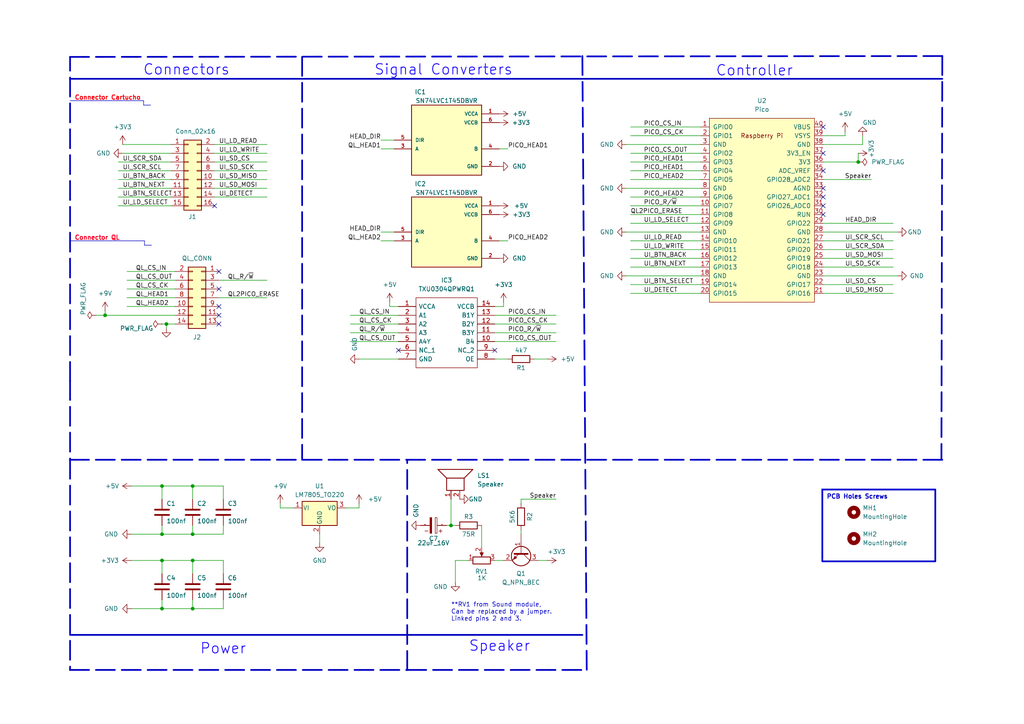
<source format=kicad_sch>
(kicad_sch (version 20231120) (generator "eeschema") (generator_version "8.0")
  (paper "A4")
  (title_block (title "Micro Pico Drive") (date "2023-12-20") (rev "1.4.b") (comment 1 "Origial work: Dr. Gusman") (comment 2 "Modified by: Popopo") (comment 3 "Replacement for MicroDrive in Sinclair computers (QL & Spectrum)"))
  (lib_symbols
    (symbol "Connector_Generic:Conn_02x07_Odd_Even" (pin_names (offset 1.016) hide)
      (property "Reference" "J" (at 1.27 10.16 0))
      (property "Value" "Conn_02x07_Odd_Even" (at 1.27 -10.16 0))
      (symbol "Conn_02x07_Odd_Even_1_1"
        (rectangle (start -1.27 -7.493) (end 0 -7.747) (stroke (width 0.1524)))
        (rectangle (start -1.27 -4.953) (end 0 -5.207) (stroke (width 0.1524)))
        (rectangle (start -1.27 -2.413) (end 0 -2.667) (stroke (width 0.1524)))
        (rectangle (start -1.27 0.127) (end 0 -0.127) (stroke (width 0.1524)))
        (rectangle (start -1.27 2.667) (end 0 2.413) (stroke (width 0.1524)))
        (rectangle (start -1.27 5.207) (end 0 4.953) (stroke (width 0.1524)))
        (rectangle (start -1.27 7.747) (end 0 7.493) (stroke (width 0.1524)))
        (rectangle (start -1.27 8.89) (end 3.81 -8.89) (stroke (width 0.254)) (fill (type background)))
        (rectangle (start 3.81 -7.493) (end 2.54 -7.747) (stroke (width 0.1524)))
        (rectangle (start 3.81 -4.953) (end 2.54 -5.207) (stroke (width 0.1524)))
        (rectangle (start 3.81 -2.413) (end 2.54 -2.667) (stroke (width 0.1524)))
        (rectangle (start 3.81 0.127) (end 2.54 -0.127) (stroke (width 0.1524)))
        (rectangle (start 3.81 2.667) (end 2.54 2.413) (stroke (width 0.1524)))
        (rectangle (start 3.81 5.207) (end 2.54 4.953) (stroke (width 0.1524)))
        (rectangle (start 3.81 7.747) (end 2.54 7.493) (stroke (width 0.1524)))
        (pin passive line (at -5.08 7.62 0) (length 3.81) (name "Pin_1") (number "1"))
        (pin passive line (at 7.62 -2.54 180) (length 3.81) (name "Pin_10") (number "10"))
        (pin passive line (at -5.08 -5.08 0) (length 3.81) (name "Pin_11") (number "11"))
        (pin passive line (at 7.62 -5.08 180) (length 3.81) (name "Pin_12") (number "12"))
        (pin passive line (at -5.08 -7.62 0) (length 3.81) (name "Pin_13") (number "13"))
        (pin passive line (at 7.62 -7.62 180) (length 3.81) (name "Pin_14") (number "14"))
        (pin passive line (at 7.62 7.62 180) (length 3.81) (name "Pin_2") (number "2"))
        (pin passive line (at -5.08 5.08 0) (length 3.81) (name "Pin_3") (number "3"))
        (pin passive line (at 7.62 5.08 180) (length 3.81) (name "Pin_4") (number "4"))
        (pin passive line (at -5.08 2.54 0) (length 3.81) (name "Pin_5") (number "5"))
        (pin passive line (at 7.62 2.54 180) (length 3.81) (name "Pin_6") (number "6"))
        (pin passive line (at -5.08 0 0) (length 3.81) (name "Pin_7") (number "7"))
        (pin passive line (at 7.62 0 180) (length 3.81) (name "Pin_8") (number "8"))
        (pin passive line (at -5.08 -2.54 0) (length 3.81) (name "Pin_9") (number "9"))
      )
    )
    (symbol "Connector_Generic:Conn_02x08_Odd_Even" (pin_names (offset 1.016) hide)
      (property "Reference" "J" (at 1.27 10.16 0))
      (property "Value" "Conn_02x08_Odd_Even" (at 1.27 -12.7 0))
      (symbol "Conn_02x08_Odd_Even_1_1"
        (rectangle (start -1.27 -10.033) (end 0 -10.287) (stroke (width 0.1524)))
        (rectangle (start -1.27 -7.493) (end 0 -7.747) (stroke (width 0.1524)))
        (rectangle (start -1.27 -4.953) (end 0 -5.207) (stroke (width 0.1524)))
        (rectangle (start -1.27 -2.413) (end 0 -2.667) (stroke (width 0.1524)))
        (rectangle (start -1.27 0.127) (end 0 -0.127) (stroke (width 0.1524)))
        (rectangle (start -1.27 2.667) (end 0 2.413) (stroke (width 0.1524)))
        (rectangle (start -1.27 5.207) (end 0 4.953) (stroke (width 0.1524)))
        (rectangle (start -1.27 7.747) (end 0 7.493) (stroke (width 0.1524)))
        (rectangle (start -1.27 8.89) (end 3.81 -11.43) (stroke (width 0.254)) (fill (type background)))
        (rectangle (start 3.81 -10.033) (end 2.54 -10.287) (stroke (width 0.1524)))
        (rectangle (start 3.81 -7.493) (end 2.54 -7.747) (stroke (width 0.1524)))
        (rectangle (start 3.81 -4.953) (end 2.54 -5.207) (stroke (width 0.1524)))
        (rectangle (start 3.81 -2.413) (end 2.54 -2.667) (stroke (width 0.1524)))
        (rectangle (start 3.81 0.127) (end 2.54 -0.127) (stroke (width 0.1524)))
        (rectangle (start 3.81 2.667) (end 2.54 2.413) (stroke (width 0.1524)))
        (rectangle (start 3.81 5.207) (end 2.54 4.953) (stroke (width 0.1524)))
        (rectangle (start 3.81 7.747) (end 2.54 7.493) (stroke (width 0.1524)))
        (pin passive line (at -5.08 7.62 0) (length 3.81) (name "Pin_1") (number "1"))
        (pin passive line (at 7.62 -2.54 180) (length 3.81) (name "Pin_10") (number "10"))
        (pin passive line (at -5.08 -5.08 0) (length 3.81) (name "Pin_11") (number "11"))
        (pin passive line (at 7.62 -5.08 180) (length 3.81) (name "Pin_12") (number "12"))
        (pin passive line (at -5.08 -7.62 0) (length 3.81) (name "Pin_13") (number "13"))
        (pin passive line (at 7.62 -7.62 180) (length 3.81) (name "Pin_14") (number "14"))
        (pin passive line (at -5.08 -10.16 0) (length 3.81) (name "Pin_15") (number "15"))
        (pin passive line (at 7.62 -10.16 180) (length 3.81) (name "Pin_16") (number "16"))
        (pin passive line (at 7.62 7.62 180) (length 3.81) (name "Pin_2") (number "2"))
        (pin passive line (at -5.08 5.08 0) (length 3.81) (name "Pin_3") (number "3"))
        (pin passive line (at 7.62 5.08 180) (length 3.81) (name "Pin_4") (number "4"))
        (pin passive line (at -5.08 2.54 0) (length 3.81) (name "Pin_5") (number "5"))
        (pin passive line (at 7.62 2.54 180) (length 3.81) (name "Pin_6") (number "6"))
        (pin passive line (at -5.08 0 0) (length 3.81) (name "Pin_7") (number "7"))
        (pin passive line (at 7.62 0 180) (length 3.81) (name "Pin_8") (number "8"))
        (pin passive line (at -5.08 -2.54 0) (length 3.81) (name "Pin_9") (number "9"))
      )
    )
    (symbol "Device:C" (pin_numbers hide) (pin_names (offset 0.254))
      (property "Reference" "C" (at 0.635 2.54 0))
      (property "Value" "C" (at 0.635 -2.54 0))
      (symbol "C_0_1"
        (polyline (pts (xy -2.032 -0.762) (xy 2.032 -0.762)) (stroke (width 0.508)))
        (polyline (pts (xy -2.032 0.762) (xy 2.032 0.762)) (stroke (width 0.508)))
      )
      (symbol "C_1_1"
        (pin passive line (at 0 3.81 270) (length 2.794) (name "~") (number "1"))
        (pin passive line (at 0 -3.81 90) (length 2.794) (name "~") (number "2"))
      )
    )
    (symbol "Device:Q_NPN_BEC" (pin_names (offset 0) hide)
      (property "Reference" "Q" (at 5.08 1.27 0))
      (property "Value" "Q_NPN_BEC" (at 5.08 -1.27 0))
      (symbol "Q_NPN_BEC_0_1"
        (polyline (pts (xy 0.635 0.635) (xy 2.54 2.54)))
        (polyline (pts (xy 0.635 -0.635) (xy 2.54 -2.54) (xy 2.54 -2.54)))
        (polyline (pts (xy 0.635 1.905) (xy 0.635 -1.905) (xy 0.635 -1.905)) (stroke (width 0.508)))
        (polyline (pts (xy 1.27 -1.778) (xy 1.778 -1.27) (xy 2.286 -2.286) (xy 1.27 -1.778) (xy 1.27 -1.778)) (fill (type outline)))
        (circle (center 1.27 0) (radius 2.8194) (stroke (width 0.254)))
      )
      (symbol "Q_NPN_BEC_1_1"
        (pin input line (at -5.08 0 0) (length 5.715) (name "B") (number "1"))
        (pin passive line (at 2.54 -5.08 90) (length 2.54) (name "E") (number "2"))
        (pin passive line (at 2.54 5.08 270) (length 2.54) (name "C") (number "3"))
      )
    )
    (symbol "Device:R" (pin_numbers hide) (pin_names (offset 0))
      (property "Reference" "R" (at 2.032 0 90))
      (property "Value" "R" (at 0 0 90))
      (symbol "R_0_1"
        (rectangle (start -1.016 -2.54) (end 1.016 2.54) (stroke (width 0.254)))
      )
      (symbol "R_1_1"
        (pin passive line (at 0 3.81 270) (length 1.27) (name "~") (number "1"))
        (pin passive line (at 0 -3.81 90) (length 1.27) (name "~") (number "2"))
      )
    )
    (symbol "Device:R_Potentiometer" (pin_names (offset 1.016) hide)
      (property "Reference" "RV" (at -4.445 0 90))
      (property "Value" "R_Potentiometer" (at -2.54 0 90))
      (symbol "R_Potentiometer_0_1"
        (polyline (pts (xy 2.54 0) (xy 1.524 0)))
        (polyline (pts (xy 1.143 0) (xy 2.286 0.508) (xy 2.286 -0.508) (xy 1.143 0)) (fill (type outline)))
        (rectangle (start 1.016 2.54) (end -1.016 -2.54) (stroke (width 0.254)))
      )
      (symbol "R_Potentiometer_1_1"
        (pin passive line (at 0 3.81 270) (length 1.27) (name "1") (number "1"))
        (pin passive line (at 3.81 0 180) (length 1.27) (name "2") (number "2"))
        (pin passive line (at 0 -3.81 90) (length 1.27) (name "3") (number "3"))
      )
    )
    (symbol "Device:Speaker" (pin_names (offset 0) hide)
      (property "Reference" "LS" (at 1.27 5.715 0))
      (property "Value" "Speaker" (at 1.27 3.81 0))
      (symbol "Speaker_0_0"
        (rectangle (start -2.54 1.27) (end 1.016 -3.81) (stroke (width 0.254)))
        (polyline (pts (xy 1.016 1.27) (xy 3.556 3.81) (xy 3.556 -6.35) (xy 1.016 -3.81)) (stroke (width 0.254)))
      )
      (symbol "Speaker_1_1"
        (pin input line (at -5.08 0 0) (length 2.54) (name "1") (number "1"))
        (pin input line (at -5.08 -2.54 0) (length 2.54) (name "2") (number "2"))
      )
    )
    (symbol "Mechanical:MountingHole" (pin_names (offset 1.016))
      (property "Reference" "H" (at 0 5.08 0))
      (property "Value" "MountingHole" (at 0 3.175 0))
      (symbol "MountingHole_0_1"
        (circle (center 0 0) (radius 1.27) (stroke (width 1.27)))
      )
    )
    (symbol "MicroPicoDrive:RBP2020" (pin_names (offset 1.016))
      (property "Reference" "U2" (at 0 31.75 0))
      (property "Value" "Pico" (at 0 29.21 0))
      (symbol "RBP2020_0_0"
        (text "Raspberry Pi" (at 0 21.59 0) (effects (font (size 1.27 1.27))))
      )
      (symbol "RBP2020_0_1"
        (rectangle (start -15.24 26.67) (end 15.24 -26.67) (fill (type background)))
      )
      (symbol "RBP2020_1_1"
        (pin bidirectional line (at -17.78 24.13 0) (length 2.54) (name "GPIO0") (number "1"))
        (pin bidirectional line (at -17.78 1.27 0) (length 2.54) (name "GPIO7") (number "10"))
        (pin bidirectional line (at -17.78 -1.27 0) (length 2.54) (name "GPIO8") (number "11"))
        (pin bidirectional line (at -17.78 -3.81 0) (length 2.54) (name "GPIO9") (number "12"))
        (pin power_in line (at -17.78 -6.35 0) (length 2.54) (name "GND") (number "13"))
        (pin bidirectional line (at -17.78 -8.89 0) (length 2.54) (name "GPIO10") (number "14"))
        (pin bidirectional line (at -17.78 -11.43 0) (length 2.54) (name "GPIO11") (number "15"))
        (pin bidirectional line (at -17.78 -13.97 0) (length 2.54) (name "GPIO12") (number "16"))
        (pin bidirectional line (at -17.78 -16.51 0) (length 2.54) (name "GPIO13") (number "17"))
        (pin power_in line (at -17.78 -19.05 0) (length 2.54) (name "GND") (number "18"))
        (pin bidirectional line (at -17.78 -21.59 0) (length 2.54) (name "GPIO14") (number "19"))
        (pin bidirectional line (at -17.78 21.59 0) (length 2.54) (name "GPIO1") (number "2"))
        (pin bidirectional line (at -17.78 -24.13 0) (length 2.54) (name "GPIO15") (number "20"))
        (pin bidirectional line (at 17.78 -24.13 180) (length 2.54) (name "GPIO16") (number "21"))
        (pin bidirectional line (at 17.78 -21.59 180) (length 2.54) (name "GPIO17") (number "22"))
        (pin power_in line (at 17.78 -19.05 180) (length 2.54) (name "GND") (number "23"))
        (pin bidirectional line (at 17.78 -16.51 180) (length 2.54) (name "GPIO18") (number "24"))
        (pin bidirectional line (at 17.78 -13.97 180) (length 2.54) (name "GPIO19") (number "25"))
        (pin bidirectional line (at 17.78 -11.43 180) (length 2.54) (name "GPIO20") (number "26"))
        (pin bidirectional line (at 17.78 -8.89 180) (length 2.54) (name "GPIO21") (number "27"))
        (pin power_in line (at 17.78 -6.35 180) (length 2.54) (name "GND") (number "28"))
        (pin bidirectional line (at 17.78 -3.81 180) (length 2.54) (name "GPIO22") (number "29"))
        (pin power_in line (at -17.78 19.05 0) (length 2.54) (name "GND") (number "3"))
        (pin input line (at 17.78 -1.27 180) (length 2.54) (name "RUN") (number "30"))
        (pin bidirectional line (at 17.78 1.27 180) (length 2.54) (name "GPIO26_ADC0") (number "31"))
        (pin bidirectional line (at 17.78 3.81 180) (length 2.54) (name "GPIO27_ADC1") (number "32"))
        (pin power_in line (at 17.78 6.35 180) (length 2.54) (name "AGND") (number "33"))
        (pin bidirectional line (at 17.78 8.89 180) (length 2.54) (name "GPIO28_ADC2") (number "34"))
        (pin power_in line (at 17.78 11.43 180) (length 2.54) (name "ADC_VREF") (number "35"))
        (pin power_in line (at 17.78 13.97 180) (length 2.54) (name "3V3") (number "36"))
        (pin input line (at 17.78 16.51 180) (length 2.54) (name "3V3_EN") (number "37"))
        (pin power_in line (at 17.78 19.05 180) (length 2.54) (name "GND") (number "38"))
        (pin power_in line (at 17.78 21.59 180) (length 2.54) (name "VSYS") (number "39"))
        (pin bidirectional line (at -17.78 16.51 0) (length 2.54) (name "GPIO2") (number "4"))
        (pin power_in line (at 17.78 24.13 180) (length 2.54) (name "VBUS") (number "40"))
        (pin bidirectional line (at -17.78 13.97 0) (length 2.54) (name "GPIO3") (number "5"))
        (pin bidirectional line (at -17.78 11.43 0) (length 2.54) (name "GPIO4") (number "6"))
        (pin bidirectional line (at -17.78 8.89 0) (length 2.54) (name "GPIO5") (number "7"))
        (pin power_in line (at -17.78 6.35 0) (length 2.54) (name "GND") (number "8"))
        (pin bidirectional line (at -17.78 3.81 0) (length 2.54) (name "GPIO6") (number "9"))
      )
    )
    (symbol "MicroPicoDrive:SN74LVC1T45DBVR" (pin_names (offset 1.016))
      (property "Reference" "U" (at -10.16 10.922 0))
      (property "Value" "SN74LVC1T45DBVR" (at -10.16 -12.7 0))
      (symbol "SN74LVC1T45DBVR_0_0"
        (rectangle (start -10.16 -10.16) (end 10.16 10.16) (stroke (width 0.254)) (fill (type background)))
        (pin power_in line (at 15.24 7.62 180) (length 5.08) (name "VCCA") (number "1"))
        (pin power_in line (at 15.24 -7.62 180) (length 5.08) (name "GND") (number "2"))
        (pin input line (at -15.24 -2.54 0) (length 5.08) (name "A") (number "3"))
        (pin output line (at 15.24 -2.54 180) (length 5.08) (name "B") (number "4"))
        (pin input line (at -15.24 0 0) (length 5.08) (name "DIR") (number "5"))
        (pin power_in line (at 15.24 5.08 180) (length 5.08) (name "VCCB") (number "6"))
      )
    )
    (symbol "MicroPicoDrive:TXU0304QPWRQ1" (pin_names (offset 0.762))
      (property "Reference" "IC" (at 24.13 7.62 0))
      (property "Value" "TXU0304QPWRQ1" (at 24.13 5.08 0))
      (symbol "TXU0304QPWRQ1_0_0"
        (pin passive line (at 0 0 0) (length 5.08) (name "VCCA") (number "1"))
        (pin passive line (at 27.94 -10.16 180) (length 5.08) (name "B4") (number "10"))
        (pin passive line (at 27.94 -7.62 180) (length 5.08) (name "B3Y") (number "11"))
        (pin passive line (at 27.94 -5.08 180) (length 5.08) (name "B2Y") (number "12"))
        (pin passive line (at 27.94 -2.54 180) (length 5.08) (name "B1Y") (number "13"))
        (pin passive line (at 27.94 0 180) (length 5.08) (name "VCCB") (number "14"))
        (pin passive line (at 0 -2.54 0) (length 5.08) (name "A1") (number "2"))
        (pin passive line (at 0 -5.08 0) (length 5.08) (name "A2") (number "3"))
        (pin passive line (at 0 -7.62 0) (length 5.08) (name "A3") (number "4"))
        (pin passive line (at 0 -10.16 0) (length 5.08) (name "A4Y") (number "5"))
        (pin passive line (at 0 -12.7 0) (length 5.08) (name "NC_1") (number "6"))
        (pin passive line (at 0 -15.24 0) (length 5.08) (name "GND") (number "7"))
        (pin passive line (at 27.94 -15.24 180) (length 5.08) (name "OE") (number "8"))
        (pin passive line (at 27.94 -12.7 180) (length 5.08) (name "NC_2") (number "9"))
      )
      (symbol "TXU0304QPWRQ1_0_1"
        (polyline (pts (xy 5.08 2.54) (xy 22.86 2.54) (xy 22.86 -17.78) (xy 5.08 -17.78) (xy 5.08 2.54)) (stroke (width 0.1524)))
      )
    )
    (symbol "PCM_Resistor_AKL:R_0805" (pin_numbers hide) (pin_names (offset 0))
      (property "Reference" "R" (at 2.54 1.27 0))
      (property "Value" "R_0805" (at 2.54 -1.27 0))
      (symbol "R_0805_0_1"
        (rectangle (start -1.016 -2.54) (end 1.016 2.54) (stroke (width 0.254)))
      )
      (symbol "R_0805_1_1"
        (pin passive line (at 0 3.81 270) (length 1.27) (name "~") (number "1"))
        (pin passive line (at 0 -3.81 90) (length 1.27) (name "~") (number "2"))
      )
    )
    (symbol "PCM_SL_Capacitors:22uF_16V"
      (property "Reference" "C" (at 0 7.62 0))
      (property "Value" "22uF_16V" (at 0 5.08 0))
      (symbol "22uF_16V_0_0"
        (text "+" (at -2.032 1.524 0) (effects (font (size 1.27 1.27))))
        (text "-" (at 2.032 1.524 0) (effects (font (size 1.27 1.27))))
      )
      (symbol "22uF_16V_0_1"
        (rectangle (start -1.016 -2.286) (end -0.508 2.286))
        (rectangle (start 0.508 -2.286) (end 1.016 2.286) (fill (type outline)))
      )
      (symbol "22uF_16V_1_1"
        (pin passive line (at -3.81 0 0) (length 2.7) (name "~") (number "1"))
        (pin input line (at 3.81 0 180) (length 2.7) (name "~") (number "2"))
      )
    )
    (symbol "Regulator_Linear:LM7805_TO220" (pin_names (offset 0.254))
      (property "Reference" "U" (at -3.81 3.175 0))
      (property "Value" "LM7805_TO220" (at 0 3.175 0))
      (symbol "LM7805_TO220_0_1"
        (rectangle (start -5.08 1.905) (end 5.08 -5.08) (stroke (width 0.254)) (fill (type background)))
      )
      (symbol "LM7805_TO220_1_1"
        (pin power_in line (at -7.62 0 0) (length 2.54) (name "VI") (number "1"))
        (pin power_in line (at 0 -7.62 90) (length 2.54) (name "GND") (number "2"))
        (pin power_out line (at 7.62 0 180) (length 2.54) (name "VO") (number "3"))
      )
    )
    (symbol "power:+3V3" (power) (pin_names (offset 0))
      (property "Value" "+3V3" (at 0 3.556 0))
      (symbol "+3V3_0_1"
        (polyline (pts (xy -0.762 1.27) (xy 0 2.54)))
        (polyline (pts (xy 0 0) (xy 0 2.54)))
        (polyline (pts (xy 0 2.54) (xy 0.762 1.27)))
      )
      (symbol "+3V3_1_1"
        (pin power_in line (at 0 0 90) (length 0) hide (name "+3V3") (number "1"))
      )
    )
    (symbol "power:+5V" (power) (pin_names (offset 0))
      (property "Value" "+5V" (at 0 3.556 0))
      (symbol "+5V_0_1"
        (polyline (pts (xy -0.762 1.27) (xy 0 2.54)))
        (polyline (pts (xy 0 0) (xy 0 2.54)))
        (polyline (pts (xy 0 2.54) (xy 0.762 1.27)))
      )
      (symbol "+5V_1_1"
        (pin power_in line (at 0 0 90) (length 0) hide (name "+5V") (number "1"))
      )
    )
    (symbol "power:+9V" (power) (pin_names (offset 0))
      (property "Value" "+9V" (at 0 3.556 0))
      (symbol "+9V_0_1"
        (polyline (pts (xy -0.762 1.27) (xy 0 2.54)))
        (polyline (pts (xy 0 0) (xy 0 2.54)))
        (polyline (pts (xy 0 2.54) (xy 0.762 1.27)))
      )
      (symbol "+9V_1_1"
        (pin power_in line (at 0 0 90) (length 0) hide (name "+9V") (number "1"))
      )
    )
    (symbol "power:GND" (power) (pin_names (offset 0))
      (property "Value" "GND" (at 0 -3.81 0))
      (symbol "GND_0_1"
        (polyline (pts (xy 0 0) (xy 0 -1.27) (xy 1.27 -1.27) (xy 0 -2.54) (xy -1.27 -1.27) (xy 0 -1.27)))
      )
      (symbol "GND_1_1"
        (pin power_in line (at 0 0 270) (length 0) hide (name "GND") (number "1"))
      )
    )
    (symbol "power:PWR_FLAG" (power) (pin_numbers hide) (pin_names (offset 0) hide)
      (property "Value" "PWR_FLAG" (at 0 3.81 0))
      (symbol "PWR_FLAG_0_0"
        (pin power_out line (at 0 0 90) (length 0) (name "pwr") (number "1"))
      )
      (symbol "PWR_FLAG_0_1"
        (polyline (pts (xy 0 0) (xy 0 1.27) (xy -1.016 1.905) (xy 0 2.54) (xy 1.016 1.905) (xy 0 1.27)))
      )
    )
  )
  (junction (at 46.99 176.53))
  (junction (at 55.88 176.53))
  (junction (at 46.99 140.97))
  (junction (at 248.92 46.99))
  (junction (at 46.99 154.94))
  (junction (at 30.48 91.44))
  (junction (at 46.99 162.56))
  (junction (at 55.88 162.56))
  (junction (at 55.88 154.94))
  (junction (at 48.26 93.98))
  (junction (at 55.88 140.97))
  (junction (at 130.81 152.4))
  (no_connect (at 62.23 59.69))
  (no_connect (at 238.76 44.45))
  (no_connect (at 63.5 83.82))
  (no_connect (at 63.5 78.74))
  (no_connect (at 63.5 93.98))
  (no_connect (at 63.5 91.44))
  (no_connect (at 63.5 88.9))
  (no_connect (at 115.57 101.6))
  (no_connect (at 143.51 101.6))
  (no_connect (at 238.76 57.15))
  (no_connect (at 238.76 54.61))
  (no_connect (at 238.76 59.69))
  (no_connect (at 238.76 49.53))
  (no_connect (at 238.76 62.23))
  (no_connect (at 238.76 36.83))
  (wire (pts (xy 143.51 93.98) (xy 161.29 93.98)))
  (wire (pts (xy 36.83 78.74) (xy 50.8 78.74)))
  (wire (pts (xy 63.5 86.36) (xy 77.47 86.36)))
  (wire (pts (xy 143.51 162.56) (xy 146.05 162.56)))
  (wire (pts (xy 238.76 39.37) (xy 245.11 39.37)))
  (wire (pts (xy 49.53 44.45) (xy 35.56 44.45)))
  (wire (pts (xy 64.77 166.37) (xy 64.77 162.56)))
  (polyline (pts (xy 118.11 194.31) (xy 118.11 133.35)) (stroke (width 0.5) (type dash)))
  (wire (pts (xy 34.29 54.61) (xy 49.53 54.61)))
  (wire (pts (xy 182.88 62.23) (xy 203.2 62.23)))
  (wire (pts (xy 62.23 46.99) (xy 77.47 46.99)))
  (wire (pts (xy 55.88 152.4) (xy 55.88 154.94)))
  (polyline (pts (xy 87.63 16.51) (xy 87.63 133.35)) (stroke (width 0.5) (type dash)))
  (wire (pts (xy 238.76 72.39) (xy 259.08 72.39)))
  (wire (pts (xy 250.19 41.91) (xy 238.76 41.91)))
  (wire (pts (xy 151.13 153.67) (xy 151.13 154.94)))
  (wire (pts (xy 181.61 54.61) (xy 203.2 54.61)))
  (wire (pts (xy 101.6 99.06) (xy 115.57 99.06)))
  (wire (pts (xy 182.88 49.53) (xy 203.2 49.53)))
  (wire (pts (xy 238.76 74.93) (xy 259.08 74.93)))
  (polyline (pts (xy 20.32 16.51) (xy 273.304 16.256)) (stroke (width 0.5) (type dash)))
  (wire (pts (xy 62.23 44.45) (xy 77.47 44.45)))
  (wire (pts (xy 34.29 49.53) (xy 49.53 49.53)))
  (wire (pts (xy 238.76 69.85) (xy 259.08 69.85)))
  (wire (pts (xy 130.81 144.78) (xy 130.81 152.4)))
  (wire (pts (xy 46.99 162.56) (xy 55.88 162.56)))
  (wire (pts (xy 101.6 91.44) (xy 115.57 91.44)))
  (wire (pts (xy 182.88 64.77) (xy 203.2 64.77)))
  (wire (pts (xy 101.6 93.98) (xy 115.57 93.98)))
  (wire (pts (xy 46.99 93.98) (xy 48.26 93.98)))
  (wire (pts (xy 38.1 140.97) (xy 46.99 140.97)))
  (wire (pts (xy 63.5 81.28) (xy 77.47 81.28)))
  (wire (pts (xy 110.49 69.85) (xy 114.3 69.85)))
  (polyline (pts (xy 41.656 30.48) (xy 43.688 30.48)))
  (wire (pts (xy 182.88 52.07) (xy 203.2 52.07)))
  (polyline (pts (xy 20.574 69.85) (xy 41.91 69.85)))
  (wire (pts (xy 151.13 144.78) (xy 151.13 146.05)))
  (wire (pts (xy 38.1 154.94) (xy 46.99 154.94)))
  (wire (pts (xy 144.78 43.18) (xy 147.32 43.18)))
  (wire (pts (xy 182.88 72.39) (xy 203.2 72.39)))
  (wire (pts (xy 110.49 43.18) (xy 114.3 43.18)))
  (wire (pts (xy 101.6 96.52) (xy 115.57 96.52)))
  (wire (pts (xy 110.49 40.64) (xy 114.3 40.64)))
  (wire (pts (xy 30.48 91.44) (xy 30.48 90.17)))
  (wire (pts (xy 100.33 147.32) (xy 104.14 147.32)))
  (wire (pts (xy 110.49 67.31) (xy 114.3 67.31)))
  (polyline (pts (xy 118.11 194.31) (xy 170.18 194.31)) (stroke (width 0.5) (type dash)))
  (wire (pts (xy 144.78 69.85) (xy 147.32 69.85)))
  (polyline (pts (xy 20.32 110.49) (xy 20.32 133.35)) (stroke (width 0.5) (type dash)))
  (wire (pts (xy 250.19 39.37) (xy 250.19 41.91)))
  (wire (pts (xy 55.88 140.97) (xy 64.77 140.97)))
  (wire (pts (xy 248.92 44.45) (xy 248.92 46.99)))
  (wire (pts (xy 238.76 67.31) (xy 260.35 67.31)))
  (wire (pts (xy 238.76 52.07) (xy 252.73 52.07)))
  (wire (pts (xy 38.1 176.53) (xy 46.99 176.53)))
  (wire (pts (xy 182.88 69.85) (xy 203.2 69.85)))
  (wire (pts (xy 36.83 83.82) (xy 50.8 83.82)))
  (wire (pts (xy 115.57 88.9) (xy 113.03 88.9)))
  (wire (pts (xy 130.81 152.4) (xy 129.54 152.4)))
  (polyline (pts (xy 20.32 133.35) (xy 20.32 194.31)) (stroke (width 0.5) (type dash)))
  (wire (pts (xy 27.94 91.44) (xy 30.48 91.44)))
  (polyline (pts (xy 273.304 16.256) (xy 273.05 133.35)) (stroke (width 0.5) (type dash)))
  (wire (pts (xy 85.09 147.32) (xy 81.28 147.32)))
  (wire (pts (xy 36.83 86.36) (xy 50.8 86.36)))
  (wire (pts (xy 104.14 147.32) (xy 104.14 146.05)))
  (wire (pts (xy 139.7 152.4) (xy 139.7 158.75)))
  (wire (pts (xy 81.28 147.32) (xy 81.28 146.05)))
  (wire (pts (xy 62.23 54.61) (xy 77.47 54.61)))
  (wire (pts (xy 182.88 85.09) (xy 203.2 85.09)))
  (wire (pts (xy 113.03 88.9) (xy 113.03 87.63)))
  (polyline (pts (xy 20.32 194.31) (xy 118.11 194.31)) (stroke (width 0.5) (type dash)))
  (wire (pts (xy 182.88 74.93) (xy 203.2 74.93)))
  (wire (pts (xy 46.99 140.97) (xy 55.88 140.97)))
  (polyline (pts (xy 20.32 110.49) (xy 20.32 16.51)) (stroke (width 0.5) (type dash)))
  (wire (pts (xy 55.88 173.99) (xy 55.88 176.53)))
  (wire (pts (xy 238.76 80.01) (xy 260.35 80.01)))
  (wire (pts (xy 46.99 173.99) (xy 46.99 176.53)))
  (wire (pts (xy 238.76 82.55) (xy 259.08 82.55)))
  (wire (pts (xy 38.1 162.56) (xy 46.99 162.56)))
  (polyline (pts (xy 168.91 16.256) (xy 170.18 194.31)) (stroke (width 0.5) (type dash)))
  (wire (pts (xy 46.99 162.56) (xy 46.99 166.37)))
  (wire (pts (xy 146.05 88.9) (xy 146.05 87.63)))
  (wire (pts (xy 55.88 140.97) (xy 55.88 144.78)))
  (wire (pts (xy 55.88 162.56) (xy 64.77 162.56)))
  (wire (pts (xy 245.11 39.37) (xy 245.11 38.1)))
  (wire (pts (xy 46.99 154.94) (xy 55.88 154.94)))
  (wire (pts (xy 182.88 39.37) (xy 203.2 39.37)))
  (wire (pts (xy 238.76 77.47) (xy 259.08 77.47)))
  (wire (pts (xy 115.57 104.14) (xy 104.14 104.14)))
  (wire (pts (xy 62.23 57.15) (xy 77.47 57.15)))
  (wire (pts (xy 55.88 162.56) (xy 55.88 166.37)))
  (wire (pts (xy 64.77 144.78) (xy 64.77 140.97)))
  (wire (pts (xy 46.99 152.4) (xy 46.99 154.94)))
  (wire (pts (xy 34.29 59.69) (xy 49.53 59.69)))
  (wire (pts (xy 156.21 162.56) (xy 158.75 162.56)))
  (wire (pts (xy 62.23 52.07) (xy 77.47 52.07)))
  (wire (pts (xy 143.51 96.52) (xy 161.29 96.52)))
  (wire (pts (xy 30.48 91.44) (xy 50.8 91.44)))
  (polyline (pts (xy 20.32 22.86) (xy 273.304 22.86)) (stroke (width 0.5) (type solid)))
  (wire (pts (xy 143.51 104.14) (xy 147.32 104.14)))
  (wire (pts (xy 46.99 176.53) (xy 55.88 176.53)))
  (wire (pts (xy 181.61 41.91) (xy 203.2 41.91)))
  (polyline (pts (xy 41.91 71.12) (xy 43.942 71.12)))
  (wire (pts (xy 132.08 168.91) (xy 132.08 162.56)))
  (polyline (pts (xy 20.32 184.15) (xy 168.91 184.15)) (stroke (width 0.5) (type solid)))
  (wire (pts (xy 132.08 162.56) (xy 135.89 162.56)))
  (polyline (pts (xy 20.32 29.21) (xy 41.656 29.21)))
  (wire (pts (xy 143.51 91.44) (xy 161.29 91.44)))
  (wire (pts (xy 55.88 154.94) (xy 64.77 154.94)))
  (wire (pts (xy 62.23 49.53) (xy 77.47 49.53)))
  (wire (pts (xy 36.83 88.9) (xy 50.8 88.9)))
  (wire (pts (xy 62.23 41.91) (xy 77.47 41.91)))
  (wire (pts (xy 238.76 64.77) (xy 259.08 64.77)))
  (wire (pts (xy 238.76 85.09) (xy 259.08 85.09)))
  (wire (pts (xy 182.88 36.83) (xy 203.2 36.83)))
  (wire (pts (xy 35.56 41.91) (xy 49.53 41.91)))
  (wire (pts (xy 46.99 140.97) (xy 46.99 144.78)))
  (wire (pts (xy 181.61 67.31) (xy 203.2 67.31)))
  (wire (pts (xy 64.77 173.99) (xy 64.77 176.53)))
  (wire (pts (xy 34.29 46.99) (xy 49.53 46.99)))
  (wire (pts (xy 182.88 46.99) (xy 203.2 46.99)))
  (wire (pts (xy 55.88 176.53) (xy 64.77 176.53)))
  (wire (pts (xy 34.29 52.07) (xy 49.53 52.07)))
  (wire (pts (xy 48.26 93.98) (xy 50.8 93.98)))
  (polyline (pts (xy 41.656 29.21) (xy 41.656 30.48)))
  (wire (pts (xy 238.76 46.99) (xy 248.92 46.99)))
  (wire (pts (xy 143.51 88.9) (xy 146.05 88.9)))
  (wire (pts (xy 130.81 152.4) (xy 132.08 152.4)))
  (wire (pts (xy 161.29 144.78) (xy 151.13 144.78)))
  (wire (pts (xy 182.88 44.45) (xy 203.2 44.45)))
  (wire (pts (xy 64.77 152.4) (xy 64.77 154.94)))
  (wire (pts (xy 34.29 57.15) (xy 49.53 57.15)))
  (wire (pts (xy 182.88 77.47) (xy 203.2 77.47)))
  (wire (pts (xy 182.88 57.15) (xy 203.2 57.15)))
  (wire (pts (xy 36.83 81.28) (xy 50.8 81.28)))
  (wire (pts (xy 92.71 154.94) (xy 92.71 157.48)))
  (polyline (pts (xy 41.91 69.85) (xy 41.91 71.12)))
  (polyline (pts (xy 273.304 133.35) (xy 20.32 133.35)) (stroke (width 0.5) (type dash)))
  (wire (pts (xy 181.61 80.01) (xy 203.2 80.01)))
  (wire (pts (xy 48.26 93.98) (xy 48.26 95.25)))
  (wire (pts (xy 182.88 59.69) (xy 203.2 59.69)))
  (wire (pts (xy 154.94 104.14) (xy 158.75 104.14)))
  (wire (pts (xy 143.51 99.06) (xy 161.29 99.06)))
  (wire (pts (xy 182.88 82.55) (xy 203.2 82.55)))
  (text_box "PCB Holes Screws" (at 238.506 141.986 0) (size 32.766 20.828) (stroke (width 0.5)) (effects (font (size 1.27 1.27) (bold yes)) (justify left top)))
  (text "Connector QL" (at 21.59 69.85 0) (effects (font (size 1.27 1.27) (bold yes)) (justify left bottom)))
  (text "Controller" (at 207.518 22.352 0) (effects (font (size 3 3) (thickness 0.254) (bold yes)) (justify left bottom)))
  (text "Power\n" (at 57.912 189.992 0) (effects (font (size 3 3) (thickness 0.254) (bold yes)) (justify left bottom)))
  (text "Connector Cartucho" (at 21.59 29.21 0) (effects (font (size 1.27 1.27) (bold yes)) (justify left bottom)))
  (text "Speaker" (at 135.89 189.23 0) (effects (font (size 3 3) (thickness 0.254) (bold yes)) (justify left bottom)))
  (text "Connectors" (at 41.402 22.098 0) (effects (font (size 3 3) (thickness 0.254) (bold yes)) (justify left bottom)))
  (text "Signal Converters" (at 108.458 22.098 0) (effects (font (size 3 3) (thickness 0.254) (bold yes)) (justify left bottom)))
  (text "**RV1 from Sound module,\nCan be replaced by a jumper.\nLinked pins 2 and 3." (at 130.81 180.34 0) (effects (font (size 1.27 1.27)) (justify left bottom)))
  (label "UI_SD_MISO" (at 245.11 85.09 0))
  (label "Speaker" (at 252.73 52.07 180))
  (label "UI_BTN_BACK" (at 186.69 74.93 0))
  (label "PICO_HEAD1" (at 186.69 49.53 0))
  (label "QL_CS_IN" (at 39.37 78.74 0))
  (label "PICO_HEAD1" (at 147.32 43.18 0))
  (label "HEAD_DIR" (at 110.49 67.31 180))
  (label "PICO_CS_OUT" (at 186.69 44.45 0))
  (label "HEAD_DIR" (at 245.11 64.77 0))
  (label "HEAD_DIR" (at 110.49 40.64 180))
  (label "UI_BTN_NEXT" (at 186.69 77.47 0))
  (label "PICO_CS_IN" (at 147.32 91.44 0))
  (label "UI_LD_READ" (at 63.5 41.91 0))
  (label "QL_CS_CK" (at 39.37 83.82 0))
  (label "UI_SD_SCK" (at 63.5 49.53 0))
  (label "PICO_HEAD2" (at 186.69 57.15 0))
  (label "UI_SD_CS" (at 245.11 82.55 0))
  (label "UI_SD_MOSI" (at 245.11 74.93 0))
  (label "PICO_CS_CK" (at 186.69 39.37 0))
  (label "UI_BTN_SELECT" (at 186.69 82.55 0))
  (label "Speaker" (at 161.29 144.78 180))
  (label "QL_HEAD2" (at 110.49 69.85 180))
  (label "PICO_R{slash}~{W}" (at 147.32 96.52 0))
  (label "QL_CS_OUT" (at 104.14 99.06 0))
  (label "PICO_CS_IN" (at 186.69 36.83 0))
  (label "UI_SCR_SDA" (at 35.56 46.99 0))
  (label "PICO_HEAD1" (at 186.69 46.99 0))
  (label "QL_CS_IN" (at 104.14 91.44 0))
  (label "UI_SD_SCK" (at 245.11 77.47 0))
  (label "PICO_R{slash}~{W}" (at 186.69 59.69 0))
  (label "UI_SD_CS" (at 63.5 46.99 0))
  (label "PICO_HEAD2" (at 147.32 69.85 0))
  (label "UI_LD_SELECT" (at 186.69 64.77 0))
  (label "QL_CS_CK" (at 104.14 93.98 0))
  (label "QL_R{slash}~{W}" (at 66.04 81.28 0))
  (label "QL2PICO_ERASE" (at 66.04 86.36 0))
  (label "QL_HEAD1" (at 110.49 43.18 180))
  (label "QL_HEAD1" (at 39.37 86.36 0))
  (label "UI_SD_MOSI" (at 63.5 54.61 0))
  (label "UI_BTN_BACK" (at 35.56 52.07 0))
  (label "PICO_CS_OUT" (at 147.32 99.06 0))
  (label "UI_DETECT" (at 186.69 85.09 0))
  (label "QL2PICO_ERASE" (at 182.88 62.23 0))
  (label "QL_HEAD2" (at 39.37 88.9 0))
  (label "UI_BTN_NEXT" (at 35.56 54.61 0))
  (label "UI_SCR_SDA" (at 245.11 72.39 0))
  (label "UI_SCR_SCL" (at 35.56 49.53 0))
  (label "UI_LD_WRITE" (at 63.5 44.45 0))
  (label "QL_CS_OUT" (at 39.37 81.28 0))
  (label "QL_R{slash}~{W}" (at 104.14 96.52 0))
  (label "UI_LD_SELECT" (at 35.56 59.69 0))
  (label "UI_LD_WRITE" (at 186.69 72.39 0))
  (label "UI_LD_READ" (at 186.69 69.85 0))
  (label "UI_SD_MISO" (at 63.5 52.07 0))
  (label "UI_SCR_SCL" (at 245.11 69.85 0))
  (label "PICO_CS_CK" (at 147.32 93.98 0))
  (label "UI_DETECT" (at 63.5 57.15 0))
  (label "UI_BTN_SELECT" (at 35.56 57.15 0))
  (label "PICO_HEAD2" (at 186.69 52.07 0))
  (symbol (lib_id "power:GND") (at 181.61 80.01 270) (mirror x) (unit 1)
    (property "Reference" "#PWR016" (effects (hide yes)))
    (property "Value" "GND" (at 173.99 80.01 90) (effects (justify left)))
  )
  (symbol (lib_id "power:GND") (at 133.35 144.78 90) (mirror x) (unit 1)
    (property "Reference" "#PWR029" (effects (hide yes)))
    (property "Value" "GND" (at 135.89 144.78 90) (effects (justify right)))
  )
  (symbol (lib_id "power:GND") (at 260.35 80.01 90) (mirror x) (unit 1)
    (property "Reference" "#PWR017" (effects (hide yes)))
    (property "Value" "GND" (at 267.97 80.01 90) (effects (justify left)))
  )
  (symbol (lib_id "power:GND") (at 260.35 67.31 90) (mirror x) (unit 1)
    (property "Reference" "#PWR014" (effects (hide yes)))
    (property "Value" "GND" (at 267.335 67.31 90) (effects (justify left)))
  )
  (symbol (lib_id "Device:C") (at 46.99 170.18 0) (unit 1)
    (property "Reference" "C4" (at 48.26 167.64 0) (effects (justify left)))
    (property "Value" "100nf" (at 48.26 172.72 0) (effects (justify left)))
    (property "Footprint" "Capacitor_SMD:C_0603_1608Metric" (effects (hide yes)))
  )
  (symbol (lib_id "power:GND") (at 38.1 176.53 270) (mirror x) (unit 1)
    (property "Reference" "#PWR032" (effects (hide yes)))
    (property "Value" "GND" (at 34.29 176.53 90) (effects (justify right)))
  )
  (symbol (lib_id "Device:C") (at 46.99 148.59 0) (unit 1)
    (property "Reference" "C1" (at 48.26 146.05 0) (effects (justify left)))
    (property "Value" "100nf" (at 48.26 151.13 0) (effects (justify left)))
    (property "Footprint" "Capacitor_SMD:C_0603_1608Metric" (effects (hide yes)))
  )
  (symbol (lib_id "power:+5V") (at 104.14 146.05 0) (unit 1)
    (property "Reference" "#PWR027" (effects (hide yes)))
    (property "Value" "+5V" (at 106.68 144.7799 0) (effects (justify left)))
  )
  (symbol (lib_id "power:+3V3") (at 144.78 62.23 270) (unit 1)
    (property "Reference" "#PWR012" (effects (hide yes)))
    (property "Value" "+3V3" (at 148.59 62.23 90) (effects (justify left)))
  )
  (symbol (lib_id "Connector_Generic:Conn_02x07_Odd_Even") (at 58.42 86.36 0) (mirror y) (unit 1)
    (property "Reference" "J2" (at 57.15 97.79 0))
    (property "Value" "QL_CONN" (at 57.15 74.93 0))
    (property "Footprint" "MicroPicoDrive_Driver:CONN_IDC_2x7" (effects (hide yes)))
  )
  (symbol (lib_id "Device:Speaker") (at 130.81 139.7 90) (unit 1)
    (property "Reference" "LS1" (at 138.43 137.922 90) (effects (justify right)))
    (property "Value" "Speaker" (at 138.43 140.462 90) (effects (justify right)))
    (property "Footprint" "Connector_PinHeader_2.54mm:PinHeader_1x02_P2.54mm_Vertical" (effects (hide yes)))
  )
  (symbol (lib_id "Device:C") (at 55.88 170.18 0) (unit 1)
    (property "Reference" "C5" (at 57.15 167.64 0) (effects (justify left)))
    (property "Value" "100nf" (at 57.15 172.72 0) (effects (justify left)))
    (property "Footprint" "Capacitor_SMD:C_0603_1608Metric" (effects (hide yes)))
  )
  (symbol (lib_id "power:GND") (at 48.26 95.25 0) (unit 1)
    (property "Reference" "#PWR021" (effects (hide yes)))
    (property "Value" "GND" (effects (hide yes)))
  )
  (symbol (lib_id "power:+3V3") (at 146.05 87.63 0) (unit 1)
    (property "Reference" "#PWR019" (effects (hide yes)))
    (property "Value" "+3V3" (at 146.05 82.55 0))
  )
  (symbol (lib_id "power:+5V") (at 38.1 140.97 90) (unit 1)
    (property "Reference" "#PWR025" (effects (hide yes)))
    (property "Value" "+5V" (at 30.48 140.97 90) (effects (justify right)))
  )
  (symbol (lib_id "power:+5V") (at 158.75 104.14 270) (unit 1)
    (property "Reference" "#PWR023" (effects (hide yes)))
    (property "Value" "+5V" (at 162.56 104.14 90) (effects (justify left)))
  )
  (symbol (lib_id "PCM_SL_Capacitors:22uF_16V") (at 125.73 152.4 180) (unit 1)
    (property "Reference" "C7" (at 125.73 156.21 0))
    (property "Value" "22uF_16V" (at 125.73 157.48 0))
    (property "Footprint" "Capacitor_THT:CP_Radial_D4.0mm_P1.50mm" (effects (hide yes)))
  )
  (symbol (lib_id "power:+5V") (at 113.03 87.63 0) (unit 1)
    (property "Reference" "#PWR018" (effects (hide yes)))
    (property "Value" "+5V" (at 113.03 82.55 0))
  )
  (symbol (lib_id "Connector_Generic:Conn_02x08_Odd_Even") (at 54.61 49.53 0) (unit 1)
    (property "Reference" "J1" (at 54.61 62.865 0) (effects (justify left)))
    (property "Value" "Conn_02x16" (at 50.8 38.1 0) (effects (justify left)))
    (property "Footprint" "MicroPicoDrive_Driver:Edge_connector_02x08" (effects (hide yes)))
  )
  (symbol (lib_id "Device:C") (at 64.77 148.59 0) (unit 1)
    (property "Reference" "C3" (at 66.04 146.05 0) (effects (justify left)))
    (property "Value" "100nf" (at 66.04 151.13 0) (effects (justify left)))
    (property "Footprint" "Capacitor_SMD:C_0603_1608Metric" (effects (hide yes)))
  )
  (symbol (lib_id "Regulator_Linear:LM7805_TO220") (at 92.71 147.32 0) (unit 1)
    (property "Reference" "U1" (at 92.71 140.97 0))
    (property "Value" "LM7805_TO220" (at 92.71 143.51 0))
    (property "Footprint" "Package_TO_SOT_THT:TO-220-3_Vertical" (effects (hide yes)))
    (property "Datasheet" "https://www.onsemi.cn/PowerSolutions/document/MC7800-D.PDF" (effects (hide yes)))
  )
  (symbol (lib_id "power:GND") (at 104.14 104.14 270) (mirror x) (unit 1)
    (property "Reference" "#PWR022" (effects (hide yes)))
    (property "Value" "GND" (at 102.87 97.79 0) (effects (justify right)))
  )
  (symbol (lib_id "power:+3V3") (at 144.78 35.56 270) (unit 1)
    (property "Reference" "#PWR02" (effects (hide yes)))
    (property "Value" "+3V3" (at 151.13 35.56 90))
  )
  (symbol (lib_id "power:GND") (at 132.08 168.91 0) (mirror y) (unit 1)
    (property "Reference" "#PWR033" (effects (hide yes)))
    (property "Value" "GND" (at 125.73 170.18 0) (effects (justify right)))
  )
  (symbol (lib_id "Device:C") (at 64.77 170.18 0) (unit 1)
    (property "Reference" "C6" (at 66.04 167.64 0) (effects (justify left)))
    (property "Value" "100nf" (at 66.04 172.72 0) (effects (justify left)))
    (property "Footprint" "Capacitor_SMD:C_0603_1608Metric" (effects (hide yes)))
  )
  (symbol (lib_id "power:+3V3") (at 38.1 162.56 90) (unit 1)
    (property "Reference" "#PWR031" (effects (hide yes)))
    (property "Value" "+3V3" (at 29.21 162.56 90) (effects (justify right)))
  )
  (symbol (lib_id "PCM_Resistor_AKL:R_0805") (at 135.89 152.4 270) (unit 1)
    (property "Reference" "R3" (at 135.89 149.86 90))
    (property "Value" "75R" (at 135.89 154.94 90))
    (property "Footprint" "Resistor_THT:R_Axial_DIN0207_L6.3mm_D2.5mm_P10.16mm_Horizontal" (effects (hide yes)))
  )
  (symbol (lib_id "power:+5V") (at 144.78 33.02 270) (unit 1)
    (property "Reference" "#PWR01" (effects (hide yes)))
    (property "Value" "+5V" (at 148.59 33.02 90) (effects (justify left)))
  )
  (symbol (lib_id "Device:R") (at 151.13 104.14 90) (unit 1)
    (property "Reference" "R1" (at 151.13 106.68 90))
    (property "Value" "4k7" (at 151.13 101.6 90))
    (property "Footprint" "Resistor_SMD:R_0603_1608Metric" (effects (hide yes)))
  )
  (symbol (lib_id "power:+3V3") (at 35.56 41.91 0) (unit 1)
    (property "Reference" "#PWR05" (effects (hide yes)))
    (property "Value" "+3V3" (at 35.56 36.83 0))
  )
  (symbol (lib_id "MicroPicoDrive:SN74LVC1T45DBVR") (at 129.54 67.31 0) (unit 1)
    (property "Reference" "IC2" (at 121.92 53.34 0))
    (property "Value" "SN74LVC1T45DBVR" (at 129.54 55.88 0))
    (property "Footprint" "MicroPicoDrive_Driver:SOT95P280X145-6N" (effects (hide yes)))
    (property "Datasheet" "https://componentsearchengine.com/Datasheets/2/SN74LVC1T45DBVR.pdf" (effects (hide yes)))
    (property "Description" "\nSingle-Bit Dual-Supply Bus Transceiver with Configurable Voltage-Level Shifting and 3-State Outputs\n" (effects (hide yes)))
    (property "Height" "1.45" (effects (hide yes)))
    (property "Mouser Part Number" "595-SN74LVC1T45DBVR" (effects (hide yes)))
    (property "Mouser Price/Stock" "https://www.mouser.co.uk/ProductDetail/Texas-Instruments/SN74LVC1T45DBVR?qs=pajgIaoyDUhg6sKXdsM%2Fvg%3D%3D" (effects (hide yes)))
    (property "Manufacturer_Name" "Texas Instruments" (effects (hide yes)))
    (property "Manufacturer_Part_Number" "SN74LVC1T45DBVR" (effects (hide yes)))
    (property "MF" "Texas Instruments" (effects (hide yes)))
    (property "DESCRIPTION" "Single-Bit Dual-Supply Bus Transceiver with Configurable Voltage-Level Shifting and 3-State Outputs" (effects (hide yes)))
    (property "PACKAGE" "SOT-23-6 Texas Instruments" (effects (hide yes)))
    (property "PRICE" "None" (effects (hide yes)))
    (property "Package" "SOT-23-6 Texas Instruments" (effects (hide yes)))
    (property "Check_prices" "https://www.snapeda.com/parts/SN74LVC1T45DBVR/Texas+Instruments/view-part/?ref=eda" (effects (hide yes)))
    (property "Price" "None" (effects (hide yes)))
    (property "SnapEDA_Link" "https://www.snapeda.com/parts/SN74LVC1T45DBVR/Texas+Instruments/view-part/?ref=snap" (effects (hide yes)))
    (property "MP" "SN74LVC1T45DBVR" (effects (hide yes)))
    (property "Purchase-URL" "https://www.snapeda.com/api/url_track_click_mouser/?unipart_id=106485&manufacturer=Texas Instruments&part_name=SN74LVC1T45DBVR&search_term=sn74lvc1t45dbvr" (effects (hide yes)))
    (property "Availability" "In Stock" (effects (hide yes)))
    (property "AVAILABILITY" "In Stock" (effects (hide yes)))
    (property "PURCHASE-URL" "https://pricing.snapeda.com/search/part/SN74LVC1T45DBVR/?ref=eda" (effects (hide yes)))
  )
  (symbol (lib_id "power:GND") (at 38.1 154.94 270) (mirror x) (unit 1)
    (property "Reference" "#PWR028" (effects (hide yes)))
    (property "Value" "GND" (at 34.29 154.94 90) (effects (justify right)))
  )
  (symbol (lib_id "power:+9V") (at 30.48 90.17 0) (unit 1)
    (property "Reference" "#PWR020" (effects (hide yes)))
    (property "Value" "+9V" (at 30.48 85.09 0))
  )
  (symbol (lib_id "power:+3V3") (at 248.92 44.45 270) (unit 1)
    (property "Reference" "#PWR09" (effects (hide yes)))
    (property "Value" "+3V3" (at 252.73 43.18 0))
  )
  (symbol (lib_id "MicroPicoDrive:TXU0304QPWRQ1") (at 115.57 88.9 0) (unit 1)
    (property "Reference" "IC3" (at 129.54 81.28 0))
    (property "Value" "TXU0304QPWRQ1" (at 129.54 83.82 0))
    (property "Footprint" "MicroPicoDrive_Driver:TXU0304QPWRQ1" (effects (hide yes)))
    (property "Datasheet" "https://www.ti.com/lit/ds/symlink/txu0304-q1.pdf" (effects (hide yes)))
    (property "Description" "TXU0304QPWRQ1" (effects (hide yes)))
    (property "Height" "1.2" (effects (hide yes)))
    (property "Mouser Part Number" "595-TXU0304QPWRQ1" (effects (hide yes)))
    (property "Mouser Price/Stock" "https://www.mouser.co.uk/ProductDetail/Texas-Instruments/TXU0304QPWRQ1?qs=QNEnbhJQKvZXfjMNvwmKIA%3D%3D" (effects (hide yes)))
    (property "Manufacturer_Name" "Texas Instruments" (effects (hide yes)))
    (property "Manufacturer_Part_Number" "TXU0304QPWRQ1" (effects (hide yes)))
  )
  (symbol (lib_id "power:+3V3") (at 158.75 162.56 270) (unit 1)
    (property "Reference" "#PWR034" (effects (hide yes)))
    (property "Value" "+3V3" (at 158.75 160.02 90) (effects (justify left)))
  )
  (symbol (lib_id "power:GND") (at 250.19 39.37 0) (mirror x) (unit 1)
    (property "Reference" "#PWR04" (effects (hide yes)))
    (property "Value" "GND" (at 250.19 35.56 0) (effects (justify left)))
  )
  (symbol (lib_id "power:GND") (at 92.71 157.48 0) (unit 1)
    (property "Reference" "#PWR030" (effects (hide yes)))
    (property "Value" "GND" (at 92.71 162.56 0))
  )
  (symbol (lib_id "MicroPicoDrive:SN74LVC1T45DBVR") (at 129.54 40.64 0) (unit 1)
    (property "Reference" "IC1" (at 121.92 26.67 0))
    (property "Value" "SN74LVC1T45DBVR" (at 129.54 29.21 0))
    (property "Footprint" "MicroPicoDrive_Driver:SOT95P280X145-6N" (effects (hide yes)))
    (property "Datasheet" "https://componentsearchengine.com/Datasheets/2/SN74LVC1T45DBVR.pdf" (effects (hide yes)))
    (property "Description" "\nSingle-Bit Dual-Supply Bus Transceiver with Configurable Voltage-Level Shifting and 3-State Outputs\n" (effects (hide yes)))
    (property "Height" "1.45" (effects (hide yes)))
    (property "Mouser Part Number" "595-SN74LVC1T45DBVR" (effects (hide yes)))
    (property "Mouser Price/Stock" "https://www.mouser.co.uk/ProductDetail/Texas-Instruments/SN74LVC1T45DBVR?qs=pajgIaoyDUhg6sKXdsM%2Fvg%3D%3D" (effects (hide yes)))
    (property "Manufacturer_Name" "Texas Instruments" (effects (hide yes)))
    (property "Manufacturer_Part_Number" "SN74LVC1T45DBVR" (effects (hide yes)))
    (property "MF" "Texas Instruments" (effects (hide yes)))
    (property "DESCRIPTION" "Single-Bit Dual-Supply Bus Transceiver with Configurable Voltage-Level Shifting and 3-State Outputs" (effects (hide yes)))
    (property "PACKAGE" "SOT-23-6 Texas Instruments" (effects (hide yes)))
    (property "PRICE" "None" (effects (hide yes)))
    (property "Package" "SOT-23-6 Texas Instruments" (effects (hide yes)))
    (property "Check_prices" "https://www.snapeda.com/parts/SN74LVC1T45DBVR/Texas+Instruments/view-part/?ref=eda" (effects (hide yes)))
    (property "Price" "None" (effects (hide yes)))
    (property "SnapEDA_Link" "https://www.snapeda.com/parts/SN74LVC1T45DBVR/Texas+Instruments/view-part/?ref=snap" (effects (hide yes)))
    (property "MP" "SN74LVC1T45DBVR" (effects (hide yes)))
    (property "Purchase-URL" "https://www.snapeda.com/api/url_track_click_mouser/?unipart_id=106485&manufacturer=Texas Instruments&part_name=SN74LVC1T45DBVR&search_term=sn74lvc1t45dbvr" (effects (hide yes)))
    (property "Availability" "In Stock" (effects (hide yes)))
    (property "AVAILABILITY" "In Stock" (effects (hide yes)))
    (property "PURCHASE-URL" "https://pricing.snapeda.com/search/part/SN74LVC1T45DBVR/?ref=eda" (effects (hide yes)))
  )
  (symbol (lib_id "power:GND") (at 181.61 54.61 270) (mirror x) (unit 1)
    (property "Reference" "#PWR010" (effects (hide yes)))
    (property "Value" "GND" (at 173.99 54.61 90) (effects (justify left)))
  )
  (symbol (lib_id "MicroPicoDrive:RBP2020") (at 220.98 60.96 0) (unit 1)
    (property "Reference" "U2" (at 220.98 29.21 0))
    (property "Value" "Pico" (at 220.98 31.75 0))
    (property "Footprint" "MicroPicoDrive_Driver:RPi_Pico_SMD_TH" (effects (hide yes)))
  )
  (symbol (lib_id "Device:R") (at 151.13 149.86 180) (unit 1)
    (property "Reference" "R2" (at 153.67 149.86 90))
    (property "Value" "5K6" (at 148.59 149.86 90))
    (property "Footprint" "Resistor_SMD:R_0603_1608Metric" (effects (hide yes)))
  )
  (symbol (lib_id "Device:R_Potentiometer") (at 139.7 162.56 90) (unit 1)
    (property "Reference" "RV1" (at 137.795 165.735 90) (effects (justify right)))
    (property "Value" "1K" (at 138.43 167.64 90) (effects (justify right)))
    (property "Footprint" "Potentiometer_THT:Potentiometer_Bourns_3296W_Vertical" (effects (hide yes)))
  )
  (symbol (lib_id "Device:C") (at 55.88 148.59 0) (unit 1)
    (property "Reference" "C2" (at 57.15 146.05 0) (effects (justify left)))
    (property "Value" "100nf" (at 57.15 151.13 0) (effects (justify left)))
    (property "Footprint" "Capacitor_SMD:C_0603_1608Metric" (effects (hide yes)))
  )
  (symbol (lib_id "power:PWR_FLAG") (at 27.94 91.44 90) (unit 1)
    (property "Reference" "#FLG02" (effects (hide yes)))
    (property "Value" "PWR_FLAG" (at 24.13 91.4399 0) (effects (justify left)))
  )
  (symbol (lib_id "power:GND") (at 144.78 74.93 90) (unit 1)
    (property "Reference" "#PWR015" (effects (hide yes)))
    (property "Value" "GND" (at 148.59 74.93 90) (effects (justify right)))
  )
  (symbol (lib_id "power:GND") (at 144.78 48.26 90) (unit 1)
    (property "Reference" "#PWR08" (effects (hide yes)))
    (property "Value" "GND" (at 148.59 48.26 90) (effects (justify right)))
  )
  (symbol (lib_id "power:+9V") (at 81.28 146.05 0) (unit 1)
    (property "Reference" "#PWR026" (effects (hide yes)))
    (property "Value" "+9V" (at 81.28 140.97 0))
  )
  (symbol (lib_id "power:GND") (at 181.61 41.91 270) (mirror x) (unit 1)
    (property "Reference" "#PWR06" (effects (hide yes)))
    (property "Value" "GND" (at 173.99 41.91 90) (effects (justify left)))
  )
  (symbol (lib_id "Mechanical:MountingHole") (at 247.65 148.59 0) (unit 1)
    (property "Reference" "MH1" (at 250.19 147.32 0) (effects (justify left)))
    (property "Value" "MountingHole" (at 250.19 149.86 0) (effects (justify left)))
    (property "Footprint" "MicroPicoDrive_Driver:MountingHole_3.5mm_safe_screw_area" (effects (hide yes)))
  )
  (symbol (lib_id "power:PWR_FLAG") (at 248.92 46.99 270) (unit 1)
    (property "Reference" "#FLG01" (effects (hide yes)))
    (property "Value" "PWR_FLAG" (at 252.73 46.9899 90) (effects (justify left)))
  )
  (symbol (lib_id "power:+5V") (at 245.11 38.1 0) (unit 1)
    (property "Reference" "#PWR03" (effects (hide yes)))
    (property "Value" "+5V" (at 245.11 33.02 0))
  )
  (symbol (lib_id "Device:Q_NPN_BEC") (at 151.13 160.02 270) (unit 1)
    (property "Reference" "Q1" (at 151.13 166.37 90))
    (property "Value" "Q_NPN_BEC" (at 151.13 168.91 90))
    (property "Footprint" "Package_TO_SOT_SMD:SOT-23W" (effects (hide yes)))
    (property "Description" "NPN transistor, base/emitter/collector" (effects (hide yes)))
  )
  (symbol (lib_id "power:PWR_FLAG") (at 46.99 93.98 90) (unit 1)
    (property "Reference" "#FLG03" (effects (hide yes)))
    (property "Value" "PWR_FLAG" (at 44.45 95.25 90) (effects (justify left)))
  )
  (symbol (lib_id "Mechanical:MountingHole") (at 247.65 156.21 0) (unit 1)
    (property "Reference" "MH2" (at 250.19 154.94 0) (effects (justify left)))
    (property "Value" "MountingHole" (at 250.19 157.48 0) (effects (justify left)))
    (property "Footprint" "MicroPicoDrive_Driver:MountingHole_3.5mm_safe_screw_area" (effects (hide yes)))
  )
  (symbol (lib_id "power:GND") (at 121.92 152.4 270) (mirror x) (unit 1)
    (property "Reference" "#PWR024" (effects (hide yes)))
    (property "Value" "GND" (at 120.65 146.05 0) (effects (justify right)))
  )
  (symbol (lib_id "power:GND") (at 35.56 44.45 270) (mirror x) (unit 1)
    (property "Reference" "#PWR07" (effects (hide yes)))
    (property "Value" "GND" (at 27.94 44.45 90) (effects (justify left)))
  )
  (symbol (lib_id "power:GND") (at 181.61 67.31 270) (mirror x) (unit 1)
    (property "Reference" "#PWR013" (effects (hide yes)))
    (property "Value" "GND" (at 173.99 67.31 90) (effects (justify left)))
  )
  (symbol (lib_id "power:+5V") (at 144.78 59.69 270) (unit 1)
    (property "Reference" "#PWR011" (effects (hide yes)))
    (property "Value" "+5V" (at 151.13 59.69 90))
  )
)
</source>
